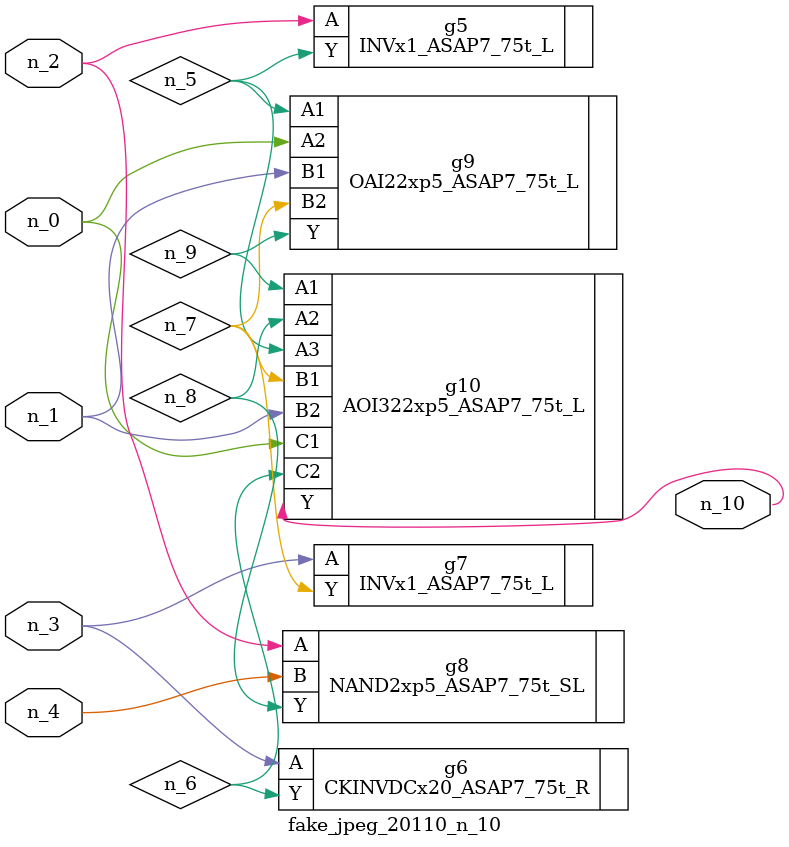
<source format=v>
module fake_jpeg_20110_n_10 (n_3, n_2, n_1, n_0, n_4, n_10);

input n_3;
input n_2;
input n_1;
input n_0;
input n_4;

output n_10;

wire n_8;
wire n_9;
wire n_6;
wire n_5;
wire n_7;

INVx1_ASAP7_75t_L g5 ( 
.A(n_2),
.Y(n_5)
);

CKINVDCx20_ASAP7_75t_R g6 ( 
.A(n_3),
.Y(n_6)
);

INVx1_ASAP7_75t_L g7 ( 
.A(n_3),
.Y(n_7)
);

NAND2xp5_ASAP7_75t_SL g8 ( 
.A(n_2),
.B(n_4),
.Y(n_8)
);

OAI22xp5_ASAP7_75t_L g9 ( 
.A1(n_5),
.A2(n_0),
.B1(n_1),
.B2(n_7),
.Y(n_9)
);

AOI322xp5_ASAP7_75t_L g10 ( 
.A1(n_9),
.A2(n_8),
.A3(n_5),
.B1(n_7),
.B2(n_1),
.C1(n_0),
.C2(n_6),
.Y(n_10)
);


endmodule
</source>
